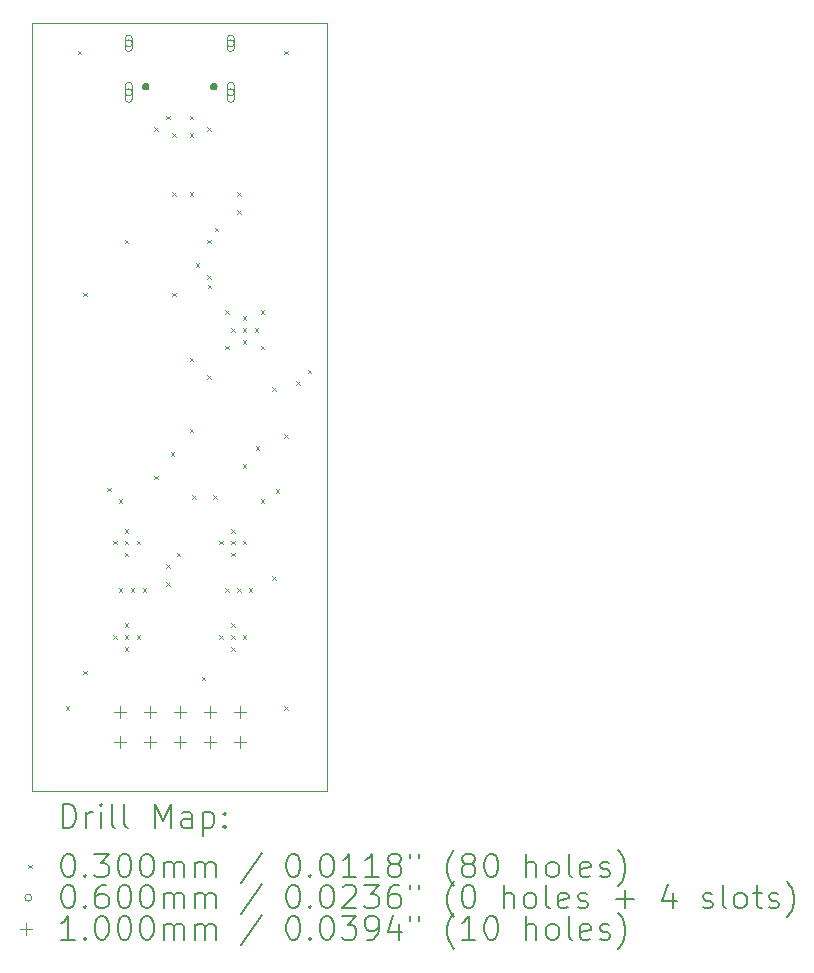
<source format=gbr>
%TF.GenerationSoftware,KiCad,Pcbnew,8.0.8*%
%TF.CreationDate,2025-04-09T23:46:12+08:00*%
%TF.ProjectId,usb-4uart,7573622d-3475-4617-9274-2e6b69636164,rev?*%
%TF.SameCoordinates,Original*%
%TF.FileFunction,Drillmap*%
%TF.FilePolarity,Positive*%
%FSLAX45Y45*%
G04 Gerber Fmt 4.5, Leading zero omitted, Abs format (unit mm)*
G04 Created by KiCad (PCBNEW 8.0.8) date 2025-04-09 23:46:12*
%MOMM*%
%LPD*%
G01*
G04 APERTURE LIST*
%ADD10C,0.050000*%
%ADD11C,0.000000*%
%ADD12C,0.200000*%
%ADD13C,0.100000*%
G04 APERTURE END LIST*
D10*
X2000000Y-1850000D02*
X4500000Y-1850000D01*
X4500000Y-8350000D01*
X2000000Y-8350000D01*
X2000000Y-1850000D01*
D11*
G36*
X2977250Y-2360124D02*
G01*
X2985896Y-2367379D01*
X2991540Y-2377154D01*
X2993500Y-2388270D01*
X2991540Y-2399386D01*
X2985896Y-2409161D01*
X2977250Y-2416416D01*
X2966644Y-2420276D01*
X2955356Y-2420276D01*
X2944750Y-2416416D01*
X2936104Y-2409161D01*
X2930460Y-2399386D01*
X2928500Y-2388270D01*
X2930460Y-2377154D01*
X2936104Y-2367379D01*
X2944750Y-2360124D01*
X2955356Y-2356264D01*
X2966644Y-2356264D01*
X2977250Y-2360124D01*
G37*
G36*
X3555250Y-2360124D02*
G01*
X3563896Y-2367379D01*
X3569540Y-2377154D01*
X3571500Y-2388270D01*
X3569540Y-2399386D01*
X3563896Y-2409161D01*
X3555250Y-2416416D01*
X3544644Y-2420276D01*
X3533356Y-2420276D01*
X3522750Y-2416416D01*
X3514104Y-2409161D01*
X3508460Y-2399386D01*
X3506500Y-2388270D01*
X3508460Y-2377154D01*
X3514104Y-2367379D01*
X3522750Y-2360124D01*
X3533356Y-2356264D01*
X3544644Y-2356264D01*
X3555250Y-2360124D01*
G37*
D12*
D13*
X2285000Y-7635000D02*
X2315000Y-7665000D01*
X2315000Y-7635000D02*
X2285000Y-7665000D01*
X2385000Y-2085000D02*
X2415000Y-2115000D01*
X2415000Y-2085000D02*
X2385000Y-2115000D01*
X2435000Y-4135000D02*
X2465000Y-4165000D01*
X2465000Y-4135000D02*
X2435000Y-4165000D01*
X2435000Y-7335000D02*
X2465000Y-7365000D01*
X2465000Y-7335000D02*
X2435000Y-7365000D01*
X2635000Y-5785000D02*
X2665000Y-5815000D01*
X2665000Y-5785000D02*
X2635000Y-5815000D01*
X2685000Y-6235000D02*
X2715000Y-6265000D01*
X2715000Y-6235000D02*
X2685000Y-6265000D01*
X2685000Y-7035000D02*
X2715000Y-7065000D01*
X2715000Y-7035000D02*
X2685000Y-7065000D01*
X2735000Y-5885000D02*
X2765000Y-5915000D01*
X2765000Y-5885000D02*
X2735000Y-5915000D01*
X2735000Y-6635000D02*
X2765000Y-6665000D01*
X2765000Y-6635000D02*
X2735000Y-6665000D01*
X2785000Y-3685000D02*
X2815000Y-3715000D01*
X2815000Y-3685000D02*
X2785000Y-3715000D01*
X2785000Y-6135000D02*
X2815000Y-6165000D01*
X2815000Y-6135000D02*
X2785000Y-6165000D01*
X2785000Y-6335000D02*
X2815000Y-6365000D01*
X2815000Y-6335000D02*
X2785000Y-6365000D01*
X2785000Y-6935000D02*
X2815000Y-6965000D01*
X2815000Y-6935000D02*
X2785000Y-6965000D01*
X2785000Y-7035000D02*
X2815000Y-7065000D01*
X2815000Y-7035000D02*
X2785000Y-7065000D01*
X2785000Y-7135000D02*
X2815000Y-7165000D01*
X2815000Y-7135000D02*
X2785000Y-7165000D01*
X2785050Y-6235000D02*
X2815050Y-6265000D01*
X2815050Y-6235000D02*
X2785050Y-6265000D01*
X2835000Y-6635000D02*
X2865000Y-6665000D01*
X2865000Y-6635000D02*
X2835000Y-6665000D01*
X2885000Y-6235000D02*
X2915000Y-6265000D01*
X2915000Y-6235000D02*
X2885000Y-6265000D01*
X2885000Y-7035000D02*
X2915000Y-7065000D01*
X2915000Y-7035000D02*
X2885000Y-7065000D01*
X2935000Y-6635000D02*
X2965000Y-6665000D01*
X2965000Y-6635000D02*
X2935000Y-6665000D01*
X3035000Y-2735000D02*
X3065000Y-2765000D01*
X3065000Y-2735000D02*
X3035000Y-2765000D01*
X3035000Y-5685000D02*
X3065000Y-5715000D01*
X3065000Y-5685000D02*
X3035000Y-5715000D01*
X3135000Y-2635000D02*
X3165000Y-2665000D01*
X3165000Y-2635000D02*
X3135000Y-2665000D01*
X3135000Y-6435000D02*
X3165000Y-6465000D01*
X3165000Y-6435000D02*
X3135000Y-6465000D01*
X3135000Y-6585000D02*
X3165000Y-6615000D01*
X3165000Y-6585000D02*
X3135000Y-6615000D01*
X3175000Y-5485000D02*
X3205000Y-5515000D01*
X3205000Y-5485000D02*
X3175000Y-5515000D01*
X3185000Y-2785000D02*
X3215000Y-2815000D01*
X3215000Y-2785000D02*
X3185000Y-2815000D01*
X3185000Y-3285000D02*
X3215000Y-3315000D01*
X3215000Y-3285000D02*
X3185000Y-3315000D01*
X3185000Y-4135000D02*
X3215000Y-4165000D01*
X3215000Y-4135000D02*
X3185000Y-4165000D01*
X3225000Y-6335000D02*
X3255000Y-6365000D01*
X3255000Y-6335000D02*
X3225000Y-6365000D01*
X3335000Y-2635000D02*
X3365000Y-2665000D01*
X3365000Y-2635000D02*
X3335000Y-2665000D01*
X3335000Y-2785000D02*
X3365000Y-2815000D01*
X3365000Y-2785000D02*
X3335000Y-2815000D01*
X3335000Y-3285000D02*
X3365000Y-3315000D01*
X3365000Y-3285000D02*
X3335000Y-3315000D01*
X3335000Y-4685000D02*
X3365000Y-4715000D01*
X3365000Y-4685000D02*
X3335000Y-4715000D01*
X3335000Y-5285000D02*
X3365000Y-5315000D01*
X3365000Y-5285000D02*
X3335000Y-5315000D01*
X3357426Y-5847426D02*
X3387426Y-5877426D01*
X3387426Y-5847426D02*
X3357426Y-5877426D01*
X3385000Y-3885000D02*
X3415000Y-3915000D01*
X3415000Y-3885000D02*
X3385000Y-3915000D01*
X3435000Y-7385000D02*
X3465000Y-7415000D01*
X3465000Y-7385000D02*
X3435000Y-7415000D01*
X3485000Y-2735000D02*
X3515000Y-2765000D01*
X3515000Y-2735000D02*
X3485000Y-2765000D01*
X3485000Y-3685000D02*
X3515000Y-3715000D01*
X3515000Y-3685000D02*
X3485000Y-3715000D01*
X3485000Y-3985000D02*
X3515000Y-4015000D01*
X3515000Y-3985000D02*
X3485000Y-4015000D01*
X3485000Y-4835000D02*
X3515000Y-4865000D01*
X3515000Y-4835000D02*
X3485000Y-4865000D01*
X3487426Y-4067427D02*
X3517426Y-4097427D01*
X3517426Y-4067427D02*
X3487426Y-4097427D01*
X3535000Y-5847426D02*
X3565000Y-5877426D01*
X3565000Y-5847426D02*
X3535000Y-5877426D01*
X3545000Y-3585000D02*
X3575000Y-3615000D01*
X3575000Y-3585000D02*
X3545000Y-3615000D01*
X3585000Y-6235000D02*
X3615000Y-6265000D01*
X3615000Y-6235000D02*
X3585000Y-6265000D01*
X3585000Y-7035000D02*
X3615000Y-7065000D01*
X3615000Y-7035000D02*
X3585000Y-7065000D01*
X3635000Y-4285000D02*
X3665000Y-4315000D01*
X3665000Y-4285000D02*
X3635000Y-4315000D01*
X3635000Y-4585000D02*
X3665000Y-4615000D01*
X3665000Y-4585000D02*
X3635000Y-4615000D01*
X3635000Y-6635000D02*
X3665000Y-6665000D01*
X3665000Y-6635000D02*
X3635000Y-6665000D01*
X3685000Y-4435000D02*
X3715000Y-4465000D01*
X3715000Y-4435000D02*
X3685000Y-4465000D01*
X3685000Y-6135000D02*
X3715000Y-6165000D01*
X3715000Y-6135000D02*
X3685000Y-6165000D01*
X3685000Y-6235000D02*
X3715000Y-6265000D01*
X3715000Y-6235000D02*
X3685000Y-6265000D01*
X3685000Y-6335000D02*
X3715000Y-6365000D01*
X3715000Y-6335000D02*
X3685000Y-6365000D01*
X3685000Y-6935000D02*
X3715000Y-6965000D01*
X3715000Y-6935000D02*
X3685000Y-6965000D01*
X3685000Y-7035000D02*
X3715000Y-7065000D01*
X3715000Y-7035000D02*
X3685000Y-7065000D01*
X3685000Y-7135000D02*
X3715000Y-7165000D01*
X3715000Y-7135000D02*
X3685000Y-7165000D01*
X3735000Y-3285000D02*
X3765000Y-3315000D01*
X3765000Y-3285000D02*
X3735000Y-3315000D01*
X3735000Y-3435000D02*
X3765000Y-3465000D01*
X3765000Y-3435000D02*
X3735000Y-3465000D01*
X3735000Y-6635000D02*
X3765000Y-6665000D01*
X3765000Y-6635000D02*
X3735000Y-6665000D01*
X3785000Y-4335000D02*
X3815000Y-4365000D01*
X3815000Y-4335000D02*
X3785000Y-4365000D01*
X3785000Y-4435000D02*
X3815000Y-4465000D01*
X3815000Y-4435000D02*
X3785000Y-4465000D01*
X3785000Y-4535000D02*
X3815000Y-4565000D01*
X3815000Y-4535000D02*
X3785000Y-4565000D01*
X3785000Y-5585000D02*
X3815000Y-5615000D01*
X3815000Y-5585000D02*
X3785000Y-5615000D01*
X3785000Y-6235000D02*
X3815000Y-6265000D01*
X3815000Y-6235000D02*
X3785000Y-6265000D01*
X3785000Y-7035000D02*
X3815000Y-7065000D01*
X3815000Y-7035000D02*
X3785000Y-7065000D01*
X3835000Y-6635000D02*
X3865000Y-6665000D01*
X3865000Y-6635000D02*
X3835000Y-6665000D01*
X3885000Y-4435000D02*
X3915000Y-4465000D01*
X3915000Y-4435000D02*
X3885000Y-4465000D01*
X3895000Y-5435000D02*
X3925000Y-5465000D01*
X3925000Y-5435000D02*
X3895000Y-5465000D01*
X3935000Y-4285000D02*
X3965000Y-4315000D01*
X3965000Y-4285000D02*
X3935000Y-4315000D01*
X3935000Y-4585000D02*
X3965000Y-4615000D01*
X3965000Y-4585000D02*
X3935000Y-4615000D01*
X3935000Y-5885000D02*
X3965000Y-5915000D01*
X3965000Y-5885000D02*
X3935000Y-5915000D01*
X4035000Y-4935000D02*
X4065000Y-4965000D01*
X4065000Y-4935000D02*
X4035000Y-4965000D01*
X4035000Y-6535000D02*
X4065000Y-6565000D01*
X4065000Y-6535000D02*
X4035000Y-6565000D01*
X4062573Y-5797426D02*
X4092573Y-5827426D01*
X4092573Y-5797426D02*
X4062573Y-5827426D01*
X4135000Y-2085000D02*
X4165000Y-2115000D01*
X4165000Y-2085000D02*
X4135000Y-2115000D01*
X4135000Y-5335000D02*
X4165000Y-5365000D01*
X4165000Y-5335000D02*
X4135000Y-5365000D01*
X4135000Y-7635000D02*
X4165000Y-7665000D01*
X4165000Y-7635000D02*
X4135000Y-7665000D01*
X4235000Y-4885000D02*
X4265000Y-4915000D01*
X4265000Y-4885000D02*
X4235000Y-4915000D01*
X4335000Y-4785000D02*
X4365000Y-4815000D01*
X4365000Y-4785000D02*
X4335000Y-4815000D01*
X2848000Y-2023220D02*
G75*
G02*
X2788000Y-2023220I-30000J0D01*
G01*
X2788000Y-2023220D02*
G75*
G02*
X2848000Y-2023220I30000J0D01*
G01*
X2848000Y-2063220D02*
X2848000Y-1983220D01*
X2788000Y-1983220D02*
G75*
G02*
X2848000Y-1983220I30000J0D01*
G01*
X2788000Y-1983220D02*
X2788000Y-2063220D01*
X2788000Y-2063220D02*
G75*
G03*
X2848000Y-2063220I30000J0D01*
G01*
X2848000Y-2438220D02*
G75*
G02*
X2788000Y-2438220I-30000J0D01*
G01*
X2788000Y-2438220D02*
G75*
G02*
X2848000Y-2438220I30000J0D01*
G01*
X2848000Y-2493220D02*
X2848000Y-2383220D01*
X2788000Y-2383220D02*
G75*
G02*
X2848000Y-2383220I30000J0D01*
G01*
X2788000Y-2383220D02*
X2788000Y-2493220D01*
X2788000Y-2493220D02*
G75*
G03*
X2848000Y-2493220I30000J0D01*
G01*
X3712000Y-2023220D02*
G75*
G02*
X3652000Y-2023220I-30000J0D01*
G01*
X3652000Y-2023220D02*
G75*
G02*
X3712000Y-2023220I30000J0D01*
G01*
X3712000Y-2063220D02*
X3712000Y-1983220D01*
X3652000Y-1983220D02*
G75*
G02*
X3712000Y-1983220I30000J0D01*
G01*
X3652000Y-1983220D02*
X3652000Y-2063220D01*
X3652000Y-2063220D02*
G75*
G03*
X3712000Y-2063220I30000J0D01*
G01*
X3712000Y-2438220D02*
G75*
G02*
X3652000Y-2438220I-30000J0D01*
G01*
X3652000Y-2438220D02*
G75*
G02*
X3712000Y-2438220I30000J0D01*
G01*
X3712000Y-2493220D02*
X3712000Y-2383220D01*
X3652000Y-2383220D02*
G75*
G02*
X3712000Y-2383220I30000J0D01*
G01*
X3652000Y-2383220D02*
X3652000Y-2493220D01*
X3652000Y-2493220D02*
G75*
G03*
X3712000Y-2493220I30000J0D01*
G01*
X2741500Y-7635000D02*
X2741500Y-7735000D01*
X2691500Y-7685000D02*
X2791500Y-7685000D01*
X2741500Y-7889000D02*
X2741500Y-7989000D01*
X2691500Y-7939000D02*
X2791500Y-7939000D01*
X2995500Y-7635000D02*
X2995500Y-7735000D01*
X2945500Y-7685000D02*
X3045500Y-7685000D01*
X2995500Y-7889000D02*
X2995500Y-7989000D01*
X2945500Y-7939000D02*
X3045500Y-7939000D01*
X3249500Y-7635000D02*
X3249500Y-7735000D01*
X3199500Y-7685000D02*
X3299500Y-7685000D01*
X3249500Y-7889000D02*
X3249500Y-7989000D01*
X3199500Y-7939000D02*
X3299500Y-7939000D01*
X3503500Y-7635000D02*
X3503500Y-7735000D01*
X3453500Y-7685000D02*
X3553500Y-7685000D01*
X3503500Y-7889000D02*
X3503500Y-7989000D01*
X3453500Y-7939000D02*
X3553500Y-7939000D01*
X3757500Y-7635000D02*
X3757500Y-7735000D01*
X3707500Y-7685000D02*
X3807500Y-7685000D01*
X3757500Y-7889000D02*
X3757500Y-7989000D01*
X3707500Y-7939000D02*
X3807500Y-7939000D01*
D12*
X2258277Y-8663984D02*
X2258277Y-8463984D01*
X2258277Y-8463984D02*
X2305896Y-8463984D01*
X2305896Y-8463984D02*
X2334467Y-8473508D01*
X2334467Y-8473508D02*
X2353515Y-8492555D01*
X2353515Y-8492555D02*
X2363039Y-8511603D01*
X2363039Y-8511603D02*
X2372563Y-8549698D01*
X2372563Y-8549698D02*
X2372563Y-8578270D01*
X2372563Y-8578270D02*
X2363039Y-8616365D01*
X2363039Y-8616365D02*
X2353515Y-8635412D01*
X2353515Y-8635412D02*
X2334467Y-8654460D01*
X2334467Y-8654460D02*
X2305896Y-8663984D01*
X2305896Y-8663984D02*
X2258277Y-8663984D01*
X2458277Y-8663984D02*
X2458277Y-8530650D01*
X2458277Y-8568746D02*
X2467801Y-8549698D01*
X2467801Y-8549698D02*
X2477324Y-8540174D01*
X2477324Y-8540174D02*
X2496372Y-8530650D01*
X2496372Y-8530650D02*
X2515420Y-8530650D01*
X2582086Y-8663984D02*
X2582086Y-8530650D01*
X2582086Y-8463984D02*
X2572563Y-8473508D01*
X2572563Y-8473508D02*
X2582086Y-8483031D01*
X2582086Y-8483031D02*
X2591610Y-8473508D01*
X2591610Y-8473508D02*
X2582086Y-8463984D01*
X2582086Y-8463984D02*
X2582086Y-8483031D01*
X2705896Y-8663984D02*
X2686848Y-8654460D01*
X2686848Y-8654460D02*
X2677324Y-8635412D01*
X2677324Y-8635412D02*
X2677324Y-8463984D01*
X2810658Y-8663984D02*
X2791610Y-8654460D01*
X2791610Y-8654460D02*
X2782086Y-8635412D01*
X2782086Y-8635412D02*
X2782086Y-8463984D01*
X3039229Y-8663984D02*
X3039229Y-8463984D01*
X3039229Y-8463984D02*
X3105896Y-8606841D01*
X3105896Y-8606841D02*
X3172562Y-8463984D01*
X3172562Y-8463984D02*
X3172562Y-8663984D01*
X3353515Y-8663984D02*
X3353515Y-8559222D01*
X3353515Y-8559222D02*
X3343991Y-8540174D01*
X3343991Y-8540174D02*
X3324943Y-8530650D01*
X3324943Y-8530650D02*
X3286848Y-8530650D01*
X3286848Y-8530650D02*
X3267801Y-8540174D01*
X3353515Y-8654460D02*
X3334467Y-8663984D01*
X3334467Y-8663984D02*
X3286848Y-8663984D01*
X3286848Y-8663984D02*
X3267801Y-8654460D01*
X3267801Y-8654460D02*
X3258277Y-8635412D01*
X3258277Y-8635412D02*
X3258277Y-8616365D01*
X3258277Y-8616365D02*
X3267801Y-8597317D01*
X3267801Y-8597317D02*
X3286848Y-8587793D01*
X3286848Y-8587793D02*
X3334467Y-8587793D01*
X3334467Y-8587793D02*
X3353515Y-8578270D01*
X3448753Y-8530650D02*
X3448753Y-8730650D01*
X3448753Y-8540174D02*
X3467801Y-8530650D01*
X3467801Y-8530650D02*
X3505896Y-8530650D01*
X3505896Y-8530650D02*
X3524943Y-8540174D01*
X3524943Y-8540174D02*
X3534467Y-8549698D01*
X3534467Y-8549698D02*
X3543991Y-8568746D01*
X3543991Y-8568746D02*
X3543991Y-8625889D01*
X3543991Y-8625889D02*
X3534467Y-8644936D01*
X3534467Y-8644936D02*
X3524943Y-8654460D01*
X3524943Y-8654460D02*
X3505896Y-8663984D01*
X3505896Y-8663984D02*
X3467801Y-8663984D01*
X3467801Y-8663984D02*
X3448753Y-8654460D01*
X3629705Y-8644936D02*
X3639229Y-8654460D01*
X3639229Y-8654460D02*
X3629705Y-8663984D01*
X3629705Y-8663984D02*
X3620182Y-8654460D01*
X3620182Y-8654460D02*
X3629705Y-8644936D01*
X3629705Y-8644936D02*
X3629705Y-8663984D01*
X3629705Y-8540174D02*
X3639229Y-8549698D01*
X3639229Y-8549698D02*
X3629705Y-8559222D01*
X3629705Y-8559222D02*
X3620182Y-8549698D01*
X3620182Y-8549698D02*
X3629705Y-8540174D01*
X3629705Y-8540174D02*
X3629705Y-8559222D01*
D13*
X1967500Y-8977500D02*
X1997500Y-9007500D01*
X1997500Y-8977500D02*
X1967500Y-9007500D01*
D12*
X2296372Y-8883984D02*
X2315420Y-8883984D01*
X2315420Y-8883984D02*
X2334467Y-8893508D01*
X2334467Y-8893508D02*
X2343991Y-8903031D01*
X2343991Y-8903031D02*
X2353515Y-8922079D01*
X2353515Y-8922079D02*
X2363039Y-8960174D01*
X2363039Y-8960174D02*
X2363039Y-9007793D01*
X2363039Y-9007793D02*
X2353515Y-9045889D01*
X2353515Y-9045889D02*
X2343991Y-9064936D01*
X2343991Y-9064936D02*
X2334467Y-9074460D01*
X2334467Y-9074460D02*
X2315420Y-9083984D01*
X2315420Y-9083984D02*
X2296372Y-9083984D01*
X2296372Y-9083984D02*
X2277324Y-9074460D01*
X2277324Y-9074460D02*
X2267801Y-9064936D01*
X2267801Y-9064936D02*
X2258277Y-9045889D01*
X2258277Y-9045889D02*
X2248753Y-9007793D01*
X2248753Y-9007793D02*
X2248753Y-8960174D01*
X2248753Y-8960174D02*
X2258277Y-8922079D01*
X2258277Y-8922079D02*
X2267801Y-8903031D01*
X2267801Y-8903031D02*
X2277324Y-8893508D01*
X2277324Y-8893508D02*
X2296372Y-8883984D01*
X2448753Y-9064936D02*
X2458277Y-9074460D01*
X2458277Y-9074460D02*
X2448753Y-9083984D01*
X2448753Y-9083984D02*
X2439229Y-9074460D01*
X2439229Y-9074460D02*
X2448753Y-9064936D01*
X2448753Y-9064936D02*
X2448753Y-9083984D01*
X2524944Y-8883984D02*
X2648753Y-8883984D01*
X2648753Y-8883984D02*
X2582086Y-8960174D01*
X2582086Y-8960174D02*
X2610658Y-8960174D01*
X2610658Y-8960174D02*
X2629705Y-8969698D01*
X2629705Y-8969698D02*
X2639229Y-8979222D01*
X2639229Y-8979222D02*
X2648753Y-8998270D01*
X2648753Y-8998270D02*
X2648753Y-9045889D01*
X2648753Y-9045889D02*
X2639229Y-9064936D01*
X2639229Y-9064936D02*
X2629705Y-9074460D01*
X2629705Y-9074460D02*
X2610658Y-9083984D01*
X2610658Y-9083984D02*
X2553515Y-9083984D01*
X2553515Y-9083984D02*
X2534467Y-9074460D01*
X2534467Y-9074460D02*
X2524944Y-9064936D01*
X2772563Y-8883984D02*
X2791610Y-8883984D01*
X2791610Y-8883984D02*
X2810658Y-8893508D01*
X2810658Y-8893508D02*
X2820182Y-8903031D01*
X2820182Y-8903031D02*
X2829705Y-8922079D01*
X2829705Y-8922079D02*
X2839229Y-8960174D01*
X2839229Y-8960174D02*
X2839229Y-9007793D01*
X2839229Y-9007793D02*
X2829705Y-9045889D01*
X2829705Y-9045889D02*
X2820182Y-9064936D01*
X2820182Y-9064936D02*
X2810658Y-9074460D01*
X2810658Y-9074460D02*
X2791610Y-9083984D01*
X2791610Y-9083984D02*
X2772563Y-9083984D01*
X2772563Y-9083984D02*
X2753515Y-9074460D01*
X2753515Y-9074460D02*
X2743991Y-9064936D01*
X2743991Y-9064936D02*
X2734467Y-9045889D01*
X2734467Y-9045889D02*
X2724944Y-9007793D01*
X2724944Y-9007793D02*
X2724944Y-8960174D01*
X2724944Y-8960174D02*
X2734467Y-8922079D01*
X2734467Y-8922079D02*
X2743991Y-8903031D01*
X2743991Y-8903031D02*
X2753515Y-8893508D01*
X2753515Y-8893508D02*
X2772563Y-8883984D01*
X2963039Y-8883984D02*
X2982086Y-8883984D01*
X2982086Y-8883984D02*
X3001134Y-8893508D01*
X3001134Y-8893508D02*
X3010658Y-8903031D01*
X3010658Y-8903031D02*
X3020182Y-8922079D01*
X3020182Y-8922079D02*
X3029705Y-8960174D01*
X3029705Y-8960174D02*
X3029705Y-9007793D01*
X3029705Y-9007793D02*
X3020182Y-9045889D01*
X3020182Y-9045889D02*
X3010658Y-9064936D01*
X3010658Y-9064936D02*
X3001134Y-9074460D01*
X3001134Y-9074460D02*
X2982086Y-9083984D01*
X2982086Y-9083984D02*
X2963039Y-9083984D01*
X2963039Y-9083984D02*
X2943991Y-9074460D01*
X2943991Y-9074460D02*
X2934467Y-9064936D01*
X2934467Y-9064936D02*
X2924943Y-9045889D01*
X2924943Y-9045889D02*
X2915420Y-9007793D01*
X2915420Y-9007793D02*
X2915420Y-8960174D01*
X2915420Y-8960174D02*
X2924943Y-8922079D01*
X2924943Y-8922079D02*
X2934467Y-8903031D01*
X2934467Y-8903031D02*
X2943991Y-8893508D01*
X2943991Y-8893508D02*
X2963039Y-8883984D01*
X3115420Y-9083984D02*
X3115420Y-8950650D01*
X3115420Y-8969698D02*
X3124943Y-8960174D01*
X3124943Y-8960174D02*
X3143991Y-8950650D01*
X3143991Y-8950650D02*
X3172563Y-8950650D01*
X3172563Y-8950650D02*
X3191610Y-8960174D01*
X3191610Y-8960174D02*
X3201134Y-8979222D01*
X3201134Y-8979222D02*
X3201134Y-9083984D01*
X3201134Y-8979222D02*
X3210658Y-8960174D01*
X3210658Y-8960174D02*
X3229705Y-8950650D01*
X3229705Y-8950650D02*
X3258277Y-8950650D01*
X3258277Y-8950650D02*
X3277324Y-8960174D01*
X3277324Y-8960174D02*
X3286848Y-8979222D01*
X3286848Y-8979222D02*
X3286848Y-9083984D01*
X3382086Y-9083984D02*
X3382086Y-8950650D01*
X3382086Y-8969698D02*
X3391610Y-8960174D01*
X3391610Y-8960174D02*
X3410658Y-8950650D01*
X3410658Y-8950650D02*
X3439229Y-8950650D01*
X3439229Y-8950650D02*
X3458277Y-8960174D01*
X3458277Y-8960174D02*
X3467801Y-8979222D01*
X3467801Y-8979222D02*
X3467801Y-9083984D01*
X3467801Y-8979222D02*
X3477324Y-8960174D01*
X3477324Y-8960174D02*
X3496372Y-8950650D01*
X3496372Y-8950650D02*
X3524943Y-8950650D01*
X3524943Y-8950650D02*
X3543991Y-8960174D01*
X3543991Y-8960174D02*
X3553515Y-8979222D01*
X3553515Y-8979222D02*
X3553515Y-9083984D01*
X3943991Y-8874460D02*
X3772563Y-9131603D01*
X4201134Y-8883984D02*
X4220182Y-8883984D01*
X4220182Y-8883984D02*
X4239229Y-8893508D01*
X4239229Y-8893508D02*
X4248753Y-8903031D01*
X4248753Y-8903031D02*
X4258277Y-8922079D01*
X4258277Y-8922079D02*
X4267801Y-8960174D01*
X4267801Y-8960174D02*
X4267801Y-9007793D01*
X4267801Y-9007793D02*
X4258277Y-9045889D01*
X4258277Y-9045889D02*
X4248753Y-9064936D01*
X4248753Y-9064936D02*
X4239229Y-9074460D01*
X4239229Y-9074460D02*
X4220182Y-9083984D01*
X4220182Y-9083984D02*
X4201134Y-9083984D01*
X4201134Y-9083984D02*
X4182086Y-9074460D01*
X4182086Y-9074460D02*
X4172563Y-9064936D01*
X4172563Y-9064936D02*
X4163039Y-9045889D01*
X4163039Y-9045889D02*
X4153515Y-9007793D01*
X4153515Y-9007793D02*
X4153515Y-8960174D01*
X4153515Y-8960174D02*
X4163039Y-8922079D01*
X4163039Y-8922079D02*
X4172563Y-8903031D01*
X4172563Y-8903031D02*
X4182086Y-8893508D01*
X4182086Y-8893508D02*
X4201134Y-8883984D01*
X4353515Y-9064936D02*
X4363039Y-9074460D01*
X4363039Y-9074460D02*
X4353515Y-9083984D01*
X4353515Y-9083984D02*
X4343991Y-9074460D01*
X4343991Y-9074460D02*
X4353515Y-9064936D01*
X4353515Y-9064936D02*
X4353515Y-9083984D01*
X4486848Y-8883984D02*
X4505896Y-8883984D01*
X4505896Y-8883984D02*
X4524944Y-8893508D01*
X4524944Y-8893508D02*
X4534468Y-8903031D01*
X4534468Y-8903031D02*
X4543991Y-8922079D01*
X4543991Y-8922079D02*
X4553515Y-8960174D01*
X4553515Y-8960174D02*
X4553515Y-9007793D01*
X4553515Y-9007793D02*
X4543991Y-9045889D01*
X4543991Y-9045889D02*
X4534468Y-9064936D01*
X4534468Y-9064936D02*
X4524944Y-9074460D01*
X4524944Y-9074460D02*
X4505896Y-9083984D01*
X4505896Y-9083984D02*
X4486848Y-9083984D01*
X4486848Y-9083984D02*
X4467801Y-9074460D01*
X4467801Y-9074460D02*
X4458277Y-9064936D01*
X4458277Y-9064936D02*
X4448753Y-9045889D01*
X4448753Y-9045889D02*
X4439229Y-9007793D01*
X4439229Y-9007793D02*
X4439229Y-8960174D01*
X4439229Y-8960174D02*
X4448753Y-8922079D01*
X4448753Y-8922079D02*
X4458277Y-8903031D01*
X4458277Y-8903031D02*
X4467801Y-8893508D01*
X4467801Y-8893508D02*
X4486848Y-8883984D01*
X4743991Y-9083984D02*
X4629706Y-9083984D01*
X4686848Y-9083984D02*
X4686848Y-8883984D01*
X4686848Y-8883984D02*
X4667801Y-8912555D01*
X4667801Y-8912555D02*
X4648753Y-8931603D01*
X4648753Y-8931603D02*
X4629706Y-8941127D01*
X4934468Y-9083984D02*
X4820182Y-9083984D01*
X4877325Y-9083984D02*
X4877325Y-8883984D01*
X4877325Y-8883984D02*
X4858277Y-8912555D01*
X4858277Y-8912555D02*
X4839229Y-8931603D01*
X4839229Y-8931603D02*
X4820182Y-8941127D01*
X5048753Y-8969698D02*
X5029706Y-8960174D01*
X5029706Y-8960174D02*
X5020182Y-8950650D01*
X5020182Y-8950650D02*
X5010658Y-8931603D01*
X5010658Y-8931603D02*
X5010658Y-8922079D01*
X5010658Y-8922079D02*
X5020182Y-8903031D01*
X5020182Y-8903031D02*
X5029706Y-8893508D01*
X5029706Y-8893508D02*
X5048753Y-8883984D01*
X5048753Y-8883984D02*
X5086849Y-8883984D01*
X5086849Y-8883984D02*
X5105896Y-8893508D01*
X5105896Y-8893508D02*
X5115420Y-8903031D01*
X5115420Y-8903031D02*
X5124944Y-8922079D01*
X5124944Y-8922079D02*
X5124944Y-8931603D01*
X5124944Y-8931603D02*
X5115420Y-8950650D01*
X5115420Y-8950650D02*
X5105896Y-8960174D01*
X5105896Y-8960174D02*
X5086849Y-8969698D01*
X5086849Y-8969698D02*
X5048753Y-8969698D01*
X5048753Y-8969698D02*
X5029706Y-8979222D01*
X5029706Y-8979222D02*
X5020182Y-8988746D01*
X5020182Y-8988746D02*
X5010658Y-9007793D01*
X5010658Y-9007793D02*
X5010658Y-9045889D01*
X5010658Y-9045889D02*
X5020182Y-9064936D01*
X5020182Y-9064936D02*
X5029706Y-9074460D01*
X5029706Y-9074460D02*
X5048753Y-9083984D01*
X5048753Y-9083984D02*
X5086849Y-9083984D01*
X5086849Y-9083984D02*
X5105896Y-9074460D01*
X5105896Y-9074460D02*
X5115420Y-9064936D01*
X5115420Y-9064936D02*
X5124944Y-9045889D01*
X5124944Y-9045889D02*
X5124944Y-9007793D01*
X5124944Y-9007793D02*
X5115420Y-8988746D01*
X5115420Y-8988746D02*
X5105896Y-8979222D01*
X5105896Y-8979222D02*
X5086849Y-8969698D01*
X5201134Y-8883984D02*
X5201134Y-8922079D01*
X5277325Y-8883984D02*
X5277325Y-8922079D01*
X5572563Y-9160174D02*
X5563039Y-9150650D01*
X5563039Y-9150650D02*
X5543991Y-9122079D01*
X5543991Y-9122079D02*
X5534468Y-9103031D01*
X5534468Y-9103031D02*
X5524944Y-9074460D01*
X5524944Y-9074460D02*
X5515420Y-9026841D01*
X5515420Y-9026841D02*
X5515420Y-8988746D01*
X5515420Y-8988746D02*
X5524944Y-8941127D01*
X5524944Y-8941127D02*
X5534468Y-8912555D01*
X5534468Y-8912555D02*
X5543991Y-8893508D01*
X5543991Y-8893508D02*
X5563039Y-8864936D01*
X5563039Y-8864936D02*
X5572563Y-8855412D01*
X5677325Y-8969698D02*
X5658277Y-8960174D01*
X5658277Y-8960174D02*
X5648753Y-8950650D01*
X5648753Y-8950650D02*
X5639229Y-8931603D01*
X5639229Y-8931603D02*
X5639229Y-8922079D01*
X5639229Y-8922079D02*
X5648753Y-8903031D01*
X5648753Y-8903031D02*
X5658277Y-8893508D01*
X5658277Y-8893508D02*
X5677325Y-8883984D01*
X5677325Y-8883984D02*
X5715420Y-8883984D01*
X5715420Y-8883984D02*
X5734468Y-8893508D01*
X5734468Y-8893508D02*
X5743991Y-8903031D01*
X5743991Y-8903031D02*
X5753515Y-8922079D01*
X5753515Y-8922079D02*
X5753515Y-8931603D01*
X5753515Y-8931603D02*
X5743991Y-8950650D01*
X5743991Y-8950650D02*
X5734468Y-8960174D01*
X5734468Y-8960174D02*
X5715420Y-8969698D01*
X5715420Y-8969698D02*
X5677325Y-8969698D01*
X5677325Y-8969698D02*
X5658277Y-8979222D01*
X5658277Y-8979222D02*
X5648753Y-8988746D01*
X5648753Y-8988746D02*
X5639229Y-9007793D01*
X5639229Y-9007793D02*
X5639229Y-9045889D01*
X5639229Y-9045889D02*
X5648753Y-9064936D01*
X5648753Y-9064936D02*
X5658277Y-9074460D01*
X5658277Y-9074460D02*
X5677325Y-9083984D01*
X5677325Y-9083984D02*
X5715420Y-9083984D01*
X5715420Y-9083984D02*
X5734468Y-9074460D01*
X5734468Y-9074460D02*
X5743991Y-9064936D01*
X5743991Y-9064936D02*
X5753515Y-9045889D01*
X5753515Y-9045889D02*
X5753515Y-9007793D01*
X5753515Y-9007793D02*
X5743991Y-8988746D01*
X5743991Y-8988746D02*
X5734468Y-8979222D01*
X5734468Y-8979222D02*
X5715420Y-8969698D01*
X5877325Y-8883984D02*
X5896372Y-8883984D01*
X5896372Y-8883984D02*
X5915420Y-8893508D01*
X5915420Y-8893508D02*
X5924944Y-8903031D01*
X5924944Y-8903031D02*
X5934468Y-8922079D01*
X5934468Y-8922079D02*
X5943991Y-8960174D01*
X5943991Y-8960174D02*
X5943991Y-9007793D01*
X5943991Y-9007793D02*
X5934468Y-9045889D01*
X5934468Y-9045889D02*
X5924944Y-9064936D01*
X5924944Y-9064936D02*
X5915420Y-9074460D01*
X5915420Y-9074460D02*
X5896372Y-9083984D01*
X5896372Y-9083984D02*
X5877325Y-9083984D01*
X5877325Y-9083984D02*
X5858277Y-9074460D01*
X5858277Y-9074460D02*
X5848753Y-9064936D01*
X5848753Y-9064936D02*
X5839229Y-9045889D01*
X5839229Y-9045889D02*
X5829706Y-9007793D01*
X5829706Y-9007793D02*
X5829706Y-8960174D01*
X5829706Y-8960174D02*
X5839229Y-8922079D01*
X5839229Y-8922079D02*
X5848753Y-8903031D01*
X5848753Y-8903031D02*
X5858277Y-8893508D01*
X5858277Y-8893508D02*
X5877325Y-8883984D01*
X6182087Y-9083984D02*
X6182087Y-8883984D01*
X6267801Y-9083984D02*
X6267801Y-8979222D01*
X6267801Y-8979222D02*
X6258277Y-8960174D01*
X6258277Y-8960174D02*
X6239230Y-8950650D01*
X6239230Y-8950650D02*
X6210658Y-8950650D01*
X6210658Y-8950650D02*
X6191610Y-8960174D01*
X6191610Y-8960174D02*
X6182087Y-8969698D01*
X6391610Y-9083984D02*
X6372563Y-9074460D01*
X6372563Y-9074460D02*
X6363039Y-9064936D01*
X6363039Y-9064936D02*
X6353515Y-9045889D01*
X6353515Y-9045889D02*
X6353515Y-8988746D01*
X6353515Y-8988746D02*
X6363039Y-8969698D01*
X6363039Y-8969698D02*
X6372563Y-8960174D01*
X6372563Y-8960174D02*
X6391610Y-8950650D01*
X6391610Y-8950650D02*
X6420182Y-8950650D01*
X6420182Y-8950650D02*
X6439230Y-8960174D01*
X6439230Y-8960174D02*
X6448753Y-8969698D01*
X6448753Y-8969698D02*
X6458277Y-8988746D01*
X6458277Y-8988746D02*
X6458277Y-9045889D01*
X6458277Y-9045889D02*
X6448753Y-9064936D01*
X6448753Y-9064936D02*
X6439230Y-9074460D01*
X6439230Y-9074460D02*
X6420182Y-9083984D01*
X6420182Y-9083984D02*
X6391610Y-9083984D01*
X6572563Y-9083984D02*
X6553515Y-9074460D01*
X6553515Y-9074460D02*
X6543991Y-9055412D01*
X6543991Y-9055412D02*
X6543991Y-8883984D01*
X6724944Y-9074460D02*
X6705896Y-9083984D01*
X6705896Y-9083984D02*
X6667801Y-9083984D01*
X6667801Y-9083984D02*
X6648753Y-9074460D01*
X6648753Y-9074460D02*
X6639230Y-9055412D01*
X6639230Y-9055412D02*
X6639230Y-8979222D01*
X6639230Y-8979222D02*
X6648753Y-8960174D01*
X6648753Y-8960174D02*
X6667801Y-8950650D01*
X6667801Y-8950650D02*
X6705896Y-8950650D01*
X6705896Y-8950650D02*
X6724944Y-8960174D01*
X6724944Y-8960174D02*
X6734468Y-8979222D01*
X6734468Y-8979222D02*
X6734468Y-8998270D01*
X6734468Y-8998270D02*
X6639230Y-9017317D01*
X6810658Y-9074460D02*
X6829706Y-9083984D01*
X6829706Y-9083984D02*
X6867801Y-9083984D01*
X6867801Y-9083984D02*
X6886849Y-9074460D01*
X6886849Y-9074460D02*
X6896372Y-9055412D01*
X6896372Y-9055412D02*
X6896372Y-9045889D01*
X6896372Y-9045889D02*
X6886849Y-9026841D01*
X6886849Y-9026841D02*
X6867801Y-9017317D01*
X6867801Y-9017317D02*
X6839230Y-9017317D01*
X6839230Y-9017317D02*
X6820182Y-9007793D01*
X6820182Y-9007793D02*
X6810658Y-8988746D01*
X6810658Y-8988746D02*
X6810658Y-8979222D01*
X6810658Y-8979222D02*
X6820182Y-8960174D01*
X6820182Y-8960174D02*
X6839230Y-8950650D01*
X6839230Y-8950650D02*
X6867801Y-8950650D01*
X6867801Y-8950650D02*
X6886849Y-8960174D01*
X6963039Y-9160174D02*
X6972563Y-9150650D01*
X6972563Y-9150650D02*
X6991611Y-9122079D01*
X6991611Y-9122079D02*
X7001134Y-9103031D01*
X7001134Y-9103031D02*
X7010658Y-9074460D01*
X7010658Y-9074460D02*
X7020182Y-9026841D01*
X7020182Y-9026841D02*
X7020182Y-8988746D01*
X7020182Y-8988746D02*
X7010658Y-8941127D01*
X7010658Y-8941127D02*
X7001134Y-8912555D01*
X7001134Y-8912555D02*
X6991611Y-8893508D01*
X6991611Y-8893508D02*
X6972563Y-8864936D01*
X6972563Y-8864936D02*
X6963039Y-8855412D01*
D13*
X1997500Y-9256500D02*
G75*
G02*
X1937500Y-9256500I-30000J0D01*
G01*
X1937500Y-9256500D02*
G75*
G02*
X1997500Y-9256500I30000J0D01*
G01*
D12*
X2296372Y-9147984D02*
X2315420Y-9147984D01*
X2315420Y-9147984D02*
X2334467Y-9157508D01*
X2334467Y-9157508D02*
X2343991Y-9167031D01*
X2343991Y-9167031D02*
X2353515Y-9186079D01*
X2353515Y-9186079D02*
X2363039Y-9224174D01*
X2363039Y-9224174D02*
X2363039Y-9271793D01*
X2363039Y-9271793D02*
X2353515Y-9309889D01*
X2353515Y-9309889D02*
X2343991Y-9328936D01*
X2343991Y-9328936D02*
X2334467Y-9338460D01*
X2334467Y-9338460D02*
X2315420Y-9347984D01*
X2315420Y-9347984D02*
X2296372Y-9347984D01*
X2296372Y-9347984D02*
X2277324Y-9338460D01*
X2277324Y-9338460D02*
X2267801Y-9328936D01*
X2267801Y-9328936D02*
X2258277Y-9309889D01*
X2258277Y-9309889D02*
X2248753Y-9271793D01*
X2248753Y-9271793D02*
X2248753Y-9224174D01*
X2248753Y-9224174D02*
X2258277Y-9186079D01*
X2258277Y-9186079D02*
X2267801Y-9167031D01*
X2267801Y-9167031D02*
X2277324Y-9157508D01*
X2277324Y-9157508D02*
X2296372Y-9147984D01*
X2448753Y-9328936D02*
X2458277Y-9338460D01*
X2458277Y-9338460D02*
X2448753Y-9347984D01*
X2448753Y-9347984D02*
X2439229Y-9338460D01*
X2439229Y-9338460D02*
X2448753Y-9328936D01*
X2448753Y-9328936D02*
X2448753Y-9347984D01*
X2629705Y-9147984D02*
X2591610Y-9147984D01*
X2591610Y-9147984D02*
X2572563Y-9157508D01*
X2572563Y-9157508D02*
X2563039Y-9167031D01*
X2563039Y-9167031D02*
X2543991Y-9195603D01*
X2543991Y-9195603D02*
X2534467Y-9233698D01*
X2534467Y-9233698D02*
X2534467Y-9309889D01*
X2534467Y-9309889D02*
X2543991Y-9328936D01*
X2543991Y-9328936D02*
X2553515Y-9338460D01*
X2553515Y-9338460D02*
X2572563Y-9347984D01*
X2572563Y-9347984D02*
X2610658Y-9347984D01*
X2610658Y-9347984D02*
X2629705Y-9338460D01*
X2629705Y-9338460D02*
X2639229Y-9328936D01*
X2639229Y-9328936D02*
X2648753Y-9309889D01*
X2648753Y-9309889D02*
X2648753Y-9262270D01*
X2648753Y-9262270D02*
X2639229Y-9243222D01*
X2639229Y-9243222D02*
X2629705Y-9233698D01*
X2629705Y-9233698D02*
X2610658Y-9224174D01*
X2610658Y-9224174D02*
X2572563Y-9224174D01*
X2572563Y-9224174D02*
X2553515Y-9233698D01*
X2553515Y-9233698D02*
X2543991Y-9243222D01*
X2543991Y-9243222D02*
X2534467Y-9262270D01*
X2772563Y-9147984D02*
X2791610Y-9147984D01*
X2791610Y-9147984D02*
X2810658Y-9157508D01*
X2810658Y-9157508D02*
X2820182Y-9167031D01*
X2820182Y-9167031D02*
X2829705Y-9186079D01*
X2829705Y-9186079D02*
X2839229Y-9224174D01*
X2839229Y-9224174D02*
X2839229Y-9271793D01*
X2839229Y-9271793D02*
X2829705Y-9309889D01*
X2829705Y-9309889D02*
X2820182Y-9328936D01*
X2820182Y-9328936D02*
X2810658Y-9338460D01*
X2810658Y-9338460D02*
X2791610Y-9347984D01*
X2791610Y-9347984D02*
X2772563Y-9347984D01*
X2772563Y-9347984D02*
X2753515Y-9338460D01*
X2753515Y-9338460D02*
X2743991Y-9328936D01*
X2743991Y-9328936D02*
X2734467Y-9309889D01*
X2734467Y-9309889D02*
X2724944Y-9271793D01*
X2724944Y-9271793D02*
X2724944Y-9224174D01*
X2724944Y-9224174D02*
X2734467Y-9186079D01*
X2734467Y-9186079D02*
X2743991Y-9167031D01*
X2743991Y-9167031D02*
X2753515Y-9157508D01*
X2753515Y-9157508D02*
X2772563Y-9147984D01*
X2963039Y-9147984D02*
X2982086Y-9147984D01*
X2982086Y-9147984D02*
X3001134Y-9157508D01*
X3001134Y-9157508D02*
X3010658Y-9167031D01*
X3010658Y-9167031D02*
X3020182Y-9186079D01*
X3020182Y-9186079D02*
X3029705Y-9224174D01*
X3029705Y-9224174D02*
X3029705Y-9271793D01*
X3029705Y-9271793D02*
X3020182Y-9309889D01*
X3020182Y-9309889D02*
X3010658Y-9328936D01*
X3010658Y-9328936D02*
X3001134Y-9338460D01*
X3001134Y-9338460D02*
X2982086Y-9347984D01*
X2982086Y-9347984D02*
X2963039Y-9347984D01*
X2963039Y-9347984D02*
X2943991Y-9338460D01*
X2943991Y-9338460D02*
X2934467Y-9328936D01*
X2934467Y-9328936D02*
X2924943Y-9309889D01*
X2924943Y-9309889D02*
X2915420Y-9271793D01*
X2915420Y-9271793D02*
X2915420Y-9224174D01*
X2915420Y-9224174D02*
X2924943Y-9186079D01*
X2924943Y-9186079D02*
X2934467Y-9167031D01*
X2934467Y-9167031D02*
X2943991Y-9157508D01*
X2943991Y-9157508D02*
X2963039Y-9147984D01*
X3115420Y-9347984D02*
X3115420Y-9214650D01*
X3115420Y-9233698D02*
X3124943Y-9224174D01*
X3124943Y-9224174D02*
X3143991Y-9214650D01*
X3143991Y-9214650D02*
X3172563Y-9214650D01*
X3172563Y-9214650D02*
X3191610Y-9224174D01*
X3191610Y-9224174D02*
X3201134Y-9243222D01*
X3201134Y-9243222D02*
X3201134Y-9347984D01*
X3201134Y-9243222D02*
X3210658Y-9224174D01*
X3210658Y-9224174D02*
X3229705Y-9214650D01*
X3229705Y-9214650D02*
X3258277Y-9214650D01*
X3258277Y-9214650D02*
X3277324Y-9224174D01*
X3277324Y-9224174D02*
X3286848Y-9243222D01*
X3286848Y-9243222D02*
X3286848Y-9347984D01*
X3382086Y-9347984D02*
X3382086Y-9214650D01*
X3382086Y-9233698D02*
X3391610Y-9224174D01*
X3391610Y-9224174D02*
X3410658Y-9214650D01*
X3410658Y-9214650D02*
X3439229Y-9214650D01*
X3439229Y-9214650D02*
X3458277Y-9224174D01*
X3458277Y-9224174D02*
X3467801Y-9243222D01*
X3467801Y-9243222D02*
X3467801Y-9347984D01*
X3467801Y-9243222D02*
X3477324Y-9224174D01*
X3477324Y-9224174D02*
X3496372Y-9214650D01*
X3496372Y-9214650D02*
X3524943Y-9214650D01*
X3524943Y-9214650D02*
X3543991Y-9224174D01*
X3543991Y-9224174D02*
X3553515Y-9243222D01*
X3553515Y-9243222D02*
X3553515Y-9347984D01*
X3943991Y-9138460D02*
X3772563Y-9395603D01*
X4201134Y-9147984D02*
X4220182Y-9147984D01*
X4220182Y-9147984D02*
X4239229Y-9157508D01*
X4239229Y-9157508D02*
X4248753Y-9167031D01*
X4248753Y-9167031D02*
X4258277Y-9186079D01*
X4258277Y-9186079D02*
X4267801Y-9224174D01*
X4267801Y-9224174D02*
X4267801Y-9271793D01*
X4267801Y-9271793D02*
X4258277Y-9309889D01*
X4258277Y-9309889D02*
X4248753Y-9328936D01*
X4248753Y-9328936D02*
X4239229Y-9338460D01*
X4239229Y-9338460D02*
X4220182Y-9347984D01*
X4220182Y-9347984D02*
X4201134Y-9347984D01*
X4201134Y-9347984D02*
X4182086Y-9338460D01*
X4182086Y-9338460D02*
X4172563Y-9328936D01*
X4172563Y-9328936D02*
X4163039Y-9309889D01*
X4163039Y-9309889D02*
X4153515Y-9271793D01*
X4153515Y-9271793D02*
X4153515Y-9224174D01*
X4153515Y-9224174D02*
X4163039Y-9186079D01*
X4163039Y-9186079D02*
X4172563Y-9167031D01*
X4172563Y-9167031D02*
X4182086Y-9157508D01*
X4182086Y-9157508D02*
X4201134Y-9147984D01*
X4353515Y-9328936D02*
X4363039Y-9338460D01*
X4363039Y-9338460D02*
X4353515Y-9347984D01*
X4353515Y-9347984D02*
X4343991Y-9338460D01*
X4343991Y-9338460D02*
X4353515Y-9328936D01*
X4353515Y-9328936D02*
X4353515Y-9347984D01*
X4486848Y-9147984D02*
X4505896Y-9147984D01*
X4505896Y-9147984D02*
X4524944Y-9157508D01*
X4524944Y-9157508D02*
X4534468Y-9167031D01*
X4534468Y-9167031D02*
X4543991Y-9186079D01*
X4543991Y-9186079D02*
X4553515Y-9224174D01*
X4553515Y-9224174D02*
X4553515Y-9271793D01*
X4553515Y-9271793D02*
X4543991Y-9309889D01*
X4543991Y-9309889D02*
X4534468Y-9328936D01*
X4534468Y-9328936D02*
X4524944Y-9338460D01*
X4524944Y-9338460D02*
X4505896Y-9347984D01*
X4505896Y-9347984D02*
X4486848Y-9347984D01*
X4486848Y-9347984D02*
X4467801Y-9338460D01*
X4467801Y-9338460D02*
X4458277Y-9328936D01*
X4458277Y-9328936D02*
X4448753Y-9309889D01*
X4448753Y-9309889D02*
X4439229Y-9271793D01*
X4439229Y-9271793D02*
X4439229Y-9224174D01*
X4439229Y-9224174D02*
X4448753Y-9186079D01*
X4448753Y-9186079D02*
X4458277Y-9167031D01*
X4458277Y-9167031D02*
X4467801Y-9157508D01*
X4467801Y-9157508D02*
X4486848Y-9147984D01*
X4629706Y-9167031D02*
X4639229Y-9157508D01*
X4639229Y-9157508D02*
X4658277Y-9147984D01*
X4658277Y-9147984D02*
X4705896Y-9147984D01*
X4705896Y-9147984D02*
X4724944Y-9157508D01*
X4724944Y-9157508D02*
X4734468Y-9167031D01*
X4734468Y-9167031D02*
X4743991Y-9186079D01*
X4743991Y-9186079D02*
X4743991Y-9205127D01*
X4743991Y-9205127D02*
X4734468Y-9233698D01*
X4734468Y-9233698D02*
X4620182Y-9347984D01*
X4620182Y-9347984D02*
X4743991Y-9347984D01*
X4810658Y-9147984D02*
X4934468Y-9147984D01*
X4934468Y-9147984D02*
X4867801Y-9224174D01*
X4867801Y-9224174D02*
X4896372Y-9224174D01*
X4896372Y-9224174D02*
X4915420Y-9233698D01*
X4915420Y-9233698D02*
X4924944Y-9243222D01*
X4924944Y-9243222D02*
X4934468Y-9262270D01*
X4934468Y-9262270D02*
X4934468Y-9309889D01*
X4934468Y-9309889D02*
X4924944Y-9328936D01*
X4924944Y-9328936D02*
X4915420Y-9338460D01*
X4915420Y-9338460D02*
X4896372Y-9347984D01*
X4896372Y-9347984D02*
X4839229Y-9347984D01*
X4839229Y-9347984D02*
X4820182Y-9338460D01*
X4820182Y-9338460D02*
X4810658Y-9328936D01*
X5105896Y-9147984D02*
X5067801Y-9147984D01*
X5067801Y-9147984D02*
X5048753Y-9157508D01*
X5048753Y-9157508D02*
X5039229Y-9167031D01*
X5039229Y-9167031D02*
X5020182Y-9195603D01*
X5020182Y-9195603D02*
X5010658Y-9233698D01*
X5010658Y-9233698D02*
X5010658Y-9309889D01*
X5010658Y-9309889D02*
X5020182Y-9328936D01*
X5020182Y-9328936D02*
X5029706Y-9338460D01*
X5029706Y-9338460D02*
X5048753Y-9347984D01*
X5048753Y-9347984D02*
X5086849Y-9347984D01*
X5086849Y-9347984D02*
X5105896Y-9338460D01*
X5105896Y-9338460D02*
X5115420Y-9328936D01*
X5115420Y-9328936D02*
X5124944Y-9309889D01*
X5124944Y-9309889D02*
X5124944Y-9262270D01*
X5124944Y-9262270D02*
X5115420Y-9243222D01*
X5115420Y-9243222D02*
X5105896Y-9233698D01*
X5105896Y-9233698D02*
X5086849Y-9224174D01*
X5086849Y-9224174D02*
X5048753Y-9224174D01*
X5048753Y-9224174D02*
X5029706Y-9233698D01*
X5029706Y-9233698D02*
X5020182Y-9243222D01*
X5020182Y-9243222D02*
X5010658Y-9262270D01*
X5201134Y-9147984D02*
X5201134Y-9186079D01*
X5277325Y-9147984D02*
X5277325Y-9186079D01*
X5572563Y-9424174D02*
X5563039Y-9414650D01*
X5563039Y-9414650D02*
X5543991Y-9386079D01*
X5543991Y-9386079D02*
X5534468Y-9367031D01*
X5534468Y-9367031D02*
X5524944Y-9338460D01*
X5524944Y-9338460D02*
X5515420Y-9290841D01*
X5515420Y-9290841D02*
X5515420Y-9252746D01*
X5515420Y-9252746D02*
X5524944Y-9205127D01*
X5524944Y-9205127D02*
X5534468Y-9176555D01*
X5534468Y-9176555D02*
X5543991Y-9157508D01*
X5543991Y-9157508D02*
X5563039Y-9128936D01*
X5563039Y-9128936D02*
X5572563Y-9119412D01*
X5686848Y-9147984D02*
X5705896Y-9147984D01*
X5705896Y-9147984D02*
X5724944Y-9157508D01*
X5724944Y-9157508D02*
X5734468Y-9167031D01*
X5734468Y-9167031D02*
X5743991Y-9186079D01*
X5743991Y-9186079D02*
X5753515Y-9224174D01*
X5753515Y-9224174D02*
X5753515Y-9271793D01*
X5753515Y-9271793D02*
X5743991Y-9309889D01*
X5743991Y-9309889D02*
X5734468Y-9328936D01*
X5734468Y-9328936D02*
X5724944Y-9338460D01*
X5724944Y-9338460D02*
X5705896Y-9347984D01*
X5705896Y-9347984D02*
X5686848Y-9347984D01*
X5686848Y-9347984D02*
X5667801Y-9338460D01*
X5667801Y-9338460D02*
X5658277Y-9328936D01*
X5658277Y-9328936D02*
X5648753Y-9309889D01*
X5648753Y-9309889D02*
X5639229Y-9271793D01*
X5639229Y-9271793D02*
X5639229Y-9224174D01*
X5639229Y-9224174D02*
X5648753Y-9186079D01*
X5648753Y-9186079D02*
X5658277Y-9167031D01*
X5658277Y-9167031D02*
X5667801Y-9157508D01*
X5667801Y-9157508D02*
X5686848Y-9147984D01*
X5991610Y-9347984D02*
X5991610Y-9147984D01*
X6077325Y-9347984D02*
X6077325Y-9243222D01*
X6077325Y-9243222D02*
X6067801Y-9224174D01*
X6067801Y-9224174D02*
X6048753Y-9214650D01*
X6048753Y-9214650D02*
X6020182Y-9214650D01*
X6020182Y-9214650D02*
X6001134Y-9224174D01*
X6001134Y-9224174D02*
X5991610Y-9233698D01*
X6201134Y-9347984D02*
X6182087Y-9338460D01*
X6182087Y-9338460D02*
X6172563Y-9328936D01*
X6172563Y-9328936D02*
X6163039Y-9309889D01*
X6163039Y-9309889D02*
X6163039Y-9252746D01*
X6163039Y-9252746D02*
X6172563Y-9233698D01*
X6172563Y-9233698D02*
X6182087Y-9224174D01*
X6182087Y-9224174D02*
X6201134Y-9214650D01*
X6201134Y-9214650D02*
X6229706Y-9214650D01*
X6229706Y-9214650D02*
X6248753Y-9224174D01*
X6248753Y-9224174D02*
X6258277Y-9233698D01*
X6258277Y-9233698D02*
X6267801Y-9252746D01*
X6267801Y-9252746D02*
X6267801Y-9309889D01*
X6267801Y-9309889D02*
X6258277Y-9328936D01*
X6258277Y-9328936D02*
X6248753Y-9338460D01*
X6248753Y-9338460D02*
X6229706Y-9347984D01*
X6229706Y-9347984D02*
X6201134Y-9347984D01*
X6382087Y-9347984D02*
X6363039Y-9338460D01*
X6363039Y-9338460D02*
X6353515Y-9319412D01*
X6353515Y-9319412D02*
X6353515Y-9147984D01*
X6534468Y-9338460D02*
X6515420Y-9347984D01*
X6515420Y-9347984D02*
X6477325Y-9347984D01*
X6477325Y-9347984D02*
X6458277Y-9338460D01*
X6458277Y-9338460D02*
X6448753Y-9319412D01*
X6448753Y-9319412D02*
X6448753Y-9243222D01*
X6448753Y-9243222D02*
X6458277Y-9224174D01*
X6458277Y-9224174D02*
X6477325Y-9214650D01*
X6477325Y-9214650D02*
X6515420Y-9214650D01*
X6515420Y-9214650D02*
X6534468Y-9224174D01*
X6534468Y-9224174D02*
X6543991Y-9243222D01*
X6543991Y-9243222D02*
X6543991Y-9262270D01*
X6543991Y-9262270D02*
X6448753Y-9281317D01*
X6620182Y-9338460D02*
X6639230Y-9347984D01*
X6639230Y-9347984D02*
X6677325Y-9347984D01*
X6677325Y-9347984D02*
X6696372Y-9338460D01*
X6696372Y-9338460D02*
X6705896Y-9319412D01*
X6705896Y-9319412D02*
X6705896Y-9309889D01*
X6705896Y-9309889D02*
X6696372Y-9290841D01*
X6696372Y-9290841D02*
X6677325Y-9281317D01*
X6677325Y-9281317D02*
X6648753Y-9281317D01*
X6648753Y-9281317D02*
X6629706Y-9271793D01*
X6629706Y-9271793D02*
X6620182Y-9252746D01*
X6620182Y-9252746D02*
X6620182Y-9243222D01*
X6620182Y-9243222D02*
X6629706Y-9224174D01*
X6629706Y-9224174D02*
X6648753Y-9214650D01*
X6648753Y-9214650D02*
X6677325Y-9214650D01*
X6677325Y-9214650D02*
X6696372Y-9224174D01*
X6943992Y-9271793D02*
X7096373Y-9271793D01*
X7020182Y-9347984D02*
X7020182Y-9195603D01*
X7429706Y-9214650D02*
X7429706Y-9347984D01*
X7382087Y-9138460D02*
X7334468Y-9281317D01*
X7334468Y-9281317D02*
X7458277Y-9281317D01*
X7677325Y-9338460D02*
X7696373Y-9347984D01*
X7696373Y-9347984D02*
X7734468Y-9347984D01*
X7734468Y-9347984D02*
X7753515Y-9338460D01*
X7753515Y-9338460D02*
X7763039Y-9319412D01*
X7763039Y-9319412D02*
X7763039Y-9309889D01*
X7763039Y-9309889D02*
X7753515Y-9290841D01*
X7753515Y-9290841D02*
X7734468Y-9281317D01*
X7734468Y-9281317D02*
X7705896Y-9281317D01*
X7705896Y-9281317D02*
X7686849Y-9271793D01*
X7686849Y-9271793D02*
X7677325Y-9252746D01*
X7677325Y-9252746D02*
X7677325Y-9243222D01*
X7677325Y-9243222D02*
X7686849Y-9224174D01*
X7686849Y-9224174D02*
X7705896Y-9214650D01*
X7705896Y-9214650D02*
X7734468Y-9214650D01*
X7734468Y-9214650D02*
X7753515Y-9224174D01*
X7877325Y-9347984D02*
X7858277Y-9338460D01*
X7858277Y-9338460D02*
X7848754Y-9319412D01*
X7848754Y-9319412D02*
X7848754Y-9147984D01*
X7982087Y-9347984D02*
X7963039Y-9338460D01*
X7963039Y-9338460D02*
X7953515Y-9328936D01*
X7953515Y-9328936D02*
X7943992Y-9309889D01*
X7943992Y-9309889D02*
X7943992Y-9252746D01*
X7943992Y-9252746D02*
X7953515Y-9233698D01*
X7953515Y-9233698D02*
X7963039Y-9224174D01*
X7963039Y-9224174D02*
X7982087Y-9214650D01*
X7982087Y-9214650D02*
X8010658Y-9214650D01*
X8010658Y-9214650D02*
X8029706Y-9224174D01*
X8029706Y-9224174D02*
X8039230Y-9233698D01*
X8039230Y-9233698D02*
X8048754Y-9252746D01*
X8048754Y-9252746D02*
X8048754Y-9309889D01*
X8048754Y-9309889D02*
X8039230Y-9328936D01*
X8039230Y-9328936D02*
X8029706Y-9338460D01*
X8029706Y-9338460D02*
X8010658Y-9347984D01*
X8010658Y-9347984D02*
X7982087Y-9347984D01*
X8105896Y-9214650D02*
X8182087Y-9214650D01*
X8134468Y-9147984D02*
X8134468Y-9319412D01*
X8134468Y-9319412D02*
X8143992Y-9338460D01*
X8143992Y-9338460D02*
X8163039Y-9347984D01*
X8163039Y-9347984D02*
X8182087Y-9347984D01*
X8239230Y-9338460D02*
X8258277Y-9347984D01*
X8258277Y-9347984D02*
X8296373Y-9347984D01*
X8296373Y-9347984D02*
X8315420Y-9338460D01*
X8315420Y-9338460D02*
X8324944Y-9319412D01*
X8324944Y-9319412D02*
X8324944Y-9309889D01*
X8324944Y-9309889D02*
X8315420Y-9290841D01*
X8315420Y-9290841D02*
X8296373Y-9281317D01*
X8296373Y-9281317D02*
X8267801Y-9281317D01*
X8267801Y-9281317D02*
X8248754Y-9271793D01*
X8248754Y-9271793D02*
X8239230Y-9252746D01*
X8239230Y-9252746D02*
X8239230Y-9243222D01*
X8239230Y-9243222D02*
X8248754Y-9224174D01*
X8248754Y-9224174D02*
X8267801Y-9214650D01*
X8267801Y-9214650D02*
X8296373Y-9214650D01*
X8296373Y-9214650D02*
X8315420Y-9224174D01*
X8391611Y-9424174D02*
X8401135Y-9414650D01*
X8401135Y-9414650D02*
X8420182Y-9386079D01*
X8420182Y-9386079D02*
X8429706Y-9367031D01*
X8429706Y-9367031D02*
X8439230Y-9338460D01*
X8439230Y-9338460D02*
X8448754Y-9290841D01*
X8448754Y-9290841D02*
X8448754Y-9252746D01*
X8448754Y-9252746D02*
X8439230Y-9205127D01*
X8439230Y-9205127D02*
X8429706Y-9176555D01*
X8429706Y-9176555D02*
X8420182Y-9157508D01*
X8420182Y-9157508D02*
X8401135Y-9128936D01*
X8401135Y-9128936D02*
X8391611Y-9119412D01*
D13*
X1947500Y-9470500D02*
X1947500Y-9570500D01*
X1897500Y-9520500D02*
X1997500Y-9520500D01*
D12*
X2363039Y-9611984D02*
X2248753Y-9611984D01*
X2305896Y-9611984D02*
X2305896Y-9411984D01*
X2305896Y-9411984D02*
X2286848Y-9440555D01*
X2286848Y-9440555D02*
X2267801Y-9459603D01*
X2267801Y-9459603D02*
X2248753Y-9469127D01*
X2448753Y-9592936D02*
X2458277Y-9602460D01*
X2458277Y-9602460D02*
X2448753Y-9611984D01*
X2448753Y-9611984D02*
X2439229Y-9602460D01*
X2439229Y-9602460D02*
X2448753Y-9592936D01*
X2448753Y-9592936D02*
X2448753Y-9611984D01*
X2582086Y-9411984D02*
X2601134Y-9411984D01*
X2601134Y-9411984D02*
X2620182Y-9421508D01*
X2620182Y-9421508D02*
X2629705Y-9431031D01*
X2629705Y-9431031D02*
X2639229Y-9450079D01*
X2639229Y-9450079D02*
X2648753Y-9488174D01*
X2648753Y-9488174D02*
X2648753Y-9535793D01*
X2648753Y-9535793D02*
X2639229Y-9573889D01*
X2639229Y-9573889D02*
X2629705Y-9592936D01*
X2629705Y-9592936D02*
X2620182Y-9602460D01*
X2620182Y-9602460D02*
X2601134Y-9611984D01*
X2601134Y-9611984D02*
X2582086Y-9611984D01*
X2582086Y-9611984D02*
X2563039Y-9602460D01*
X2563039Y-9602460D02*
X2553515Y-9592936D01*
X2553515Y-9592936D02*
X2543991Y-9573889D01*
X2543991Y-9573889D02*
X2534467Y-9535793D01*
X2534467Y-9535793D02*
X2534467Y-9488174D01*
X2534467Y-9488174D02*
X2543991Y-9450079D01*
X2543991Y-9450079D02*
X2553515Y-9431031D01*
X2553515Y-9431031D02*
X2563039Y-9421508D01*
X2563039Y-9421508D02*
X2582086Y-9411984D01*
X2772563Y-9411984D02*
X2791610Y-9411984D01*
X2791610Y-9411984D02*
X2810658Y-9421508D01*
X2810658Y-9421508D02*
X2820182Y-9431031D01*
X2820182Y-9431031D02*
X2829705Y-9450079D01*
X2829705Y-9450079D02*
X2839229Y-9488174D01*
X2839229Y-9488174D02*
X2839229Y-9535793D01*
X2839229Y-9535793D02*
X2829705Y-9573889D01*
X2829705Y-9573889D02*
X2820182Y-9592936D01*
X2820182Y-9592936D02*
X2810658Y-9602460D01*
X2810658Y-9602460D02*
X2791610Y-9611984D01*
X2791610Y-9611984D02*
X2772563Y-9611984D01*
X2772563Y-9611984D02*
X2753515Y-9602460D01*
X2753515Y-9602460D02*
X2743991Y-9592936D01*
X2743991Y-9592936D02*
X2734467Y-9573889D01*
X2734467Y-9573889D02*
X2724944Y-9535793D01*
X2724944Y-9535793D02*
X2724944Y-9488174D01*
X2724944Y-9488174D02*
X2734467Y-9450079D01*
X2734467Y-9450079D02*
X2743991Y-9431031D01*
X2743991Y-9431031D02*
X2753515Y-9421508D01*
X2753515Y-9421508D02*
X2772563Y-9411984D01*
X2963039Y-9411984D02*
X2982086Y-9411984D01*
X2982086Y-9411984D02*
X3001134Y-9421508D01*
X3001134Y-9421508D02*
X3010658Y-9431031D01*
X3010658Y-9431031D02*
X3020182Y-9450079D01*
X3020182Y-9450079D02*
X3029705Y-9488174D01*
X3029705Y-9488174D02*
X3029705Y-9535793D01*
X3029705Y-9535793D02*
X3020182Y-9573889D01*
X3020182Y-9573889D02*
X3010658Y-9592936D01*
X3010658Y-9592936D02*
X3001134Y-9602460D01*
X3001134Y-9602460D02*
X2982086Y-9611984D01*
X2982086Y-9611984D02*
X2963039Y-9611984D01*
X2963039Y-9611984D02*
X2943991Y-9602460D01*
X2943991Y-9602460D02*
X2934467Y-9592936D01*
X2934467Y-9592936D02*
X2924943Y-9573889D01*
X2924943Y-9573889D02*
X2915420Y-9535793D01*
X2915420Y-9535793D02*
X2915420Y-9488174D01*
X2915420Y-9488174D02*
X2924943Y-9450079D01*
X2924943Y-9450079D02*
X2934467Y-9431031D01*
X2934467Y-9431031D02*
X2943991Y-9421508D01*
X2943991Y-9421508D02*
X2963039Y-9411984D01*
X3115420Y-9611984D02*
X3115420Y-9478650D01*
X3115420Y-9497698D02*
X3124943Y-9488174D01*
X3124943Y-9488174D02*
X3143991Y-9478650D01*
X3143991Y-9478650D02*
X3172563Y-9478650D01*
X3172563Y-9478650D02*
X3191610Y-9488174D01*
X3191610Y-9488174D02*
X3201134Y-9507222D01*
X3201134Y-9507222D02*
X3201134Y-9611984D01*
X3201134Y-9507222D02*
X3210658Y-9488174D01*
X3210658Y-9488174D02*
X3229705Y-9478650D01*
X3229705Y-9478650D02*
X3258277Y-9478650D01*
X3258277Y-9478650D02*
X3277324Y-9488174D01*
X3277324Y-9488174D02*
X3286848Y-9507222D01*
X3286848Y-9507222D02*
X3286848Y-9611984D01*
X3382086Y-9611984D02*
X3382086Y-9478650D01*
X3382086Y-9497698D02*
X3391610Y-9488174D01*
X3391610Y-9488174D02*
X3410658Y-9478650D01*
X3410658Y-9478650D02*
X3439229Y-9478650D01*
X3439229Y-9478650D02*
X3458277Y-9488174D01*
X3458277Y-9488174D02*
X3467801Y-9507222D01*
X3467801Y-9507222D02*
X3467801Y-9611984D01*
X3467801Y-9507222D02*
X3477324Y-9488174D01*
X3477324Y-9488174D02*
X3496372Y-9478650D01*
X3496372Y-9478650D02*
X3524943Y-9478650D01*
X3524943Y-9478650D02*
X3543991Y-9488174D01*
X3543991Y-9488174D02*
X3553515Y-9507222D01*
X3553515Y-9507222D02*
X3553515Y-9611984D01*
X3943991Y-9402460D02*
X3772563Y-9659603D01*
X4201134Y-9411984D02*
X4220182Y-9411984D01*
X4220182Y-9411984D02*
X4239229Y-9421508D01*
X4239229Y-9421508D02*
X4248753Y-9431031D01*
X4248753Y-9431031D02*
X4258277Y-9450079D01*
X4258277Y-9450079D02*
X4267801Y-9488174D01*
X4267801Y-9488174D02*
X4267801Y-9535793D01*
X4267801Y-9535793D02*
X4258277Y-9573889D01*
X4258277Y-9573889D02*
X4248753Y-9592936D01*
X4248753Y-9592936D02*
X4239229Y-9602460D01*
X4239229Y-9602460D02*
X4220182Y-9611984D01*
X4220182Y-9611984D02*
X4201134Y-9611984D01*
X4201134Y-9611984D02*
X4182086Y-9602460D01*
X4182086Y-9602460D02*
X4172563Y-9592936D01*
X4172563Y-9592936D02*
X4163039Y-9573889D01*
X4163039Y-9573889D02*
X4153515Y-9535793D01*
X4153515Y-9535793D02*
X4153515Y-9488174D01*
X4153515Y-9488174D02*
X4163039Y-9450079D01*
X4163039Y-9450079D02*
X4172563Y-9431031D01*
X4172563Y-9431031D02*
X4182086Y-9421508D01*
X4182086Y-9421508D02*
X4201134Y-9411984D01*
X4353515Y-9592936D02*
X4363039Y-9602460D01*
X4363039Y-9602460D02*
X4353515Y-9611984D01*
X4353515Y-9611984D02*
X4343991Y-9602460D01*
X4343991Y-9602460D02*
X4353515Y-9592936D01*
X4353515Y-9592936D02*
X4353515Y-9611984D01*
X4486848Y-9411984D02*
X4505896Y-9411984D01*
X4505896Y-9411984D02*
X4524944Y-9421508D01*
X4524944Y-9421508D02*
X4534468Y-9431031D01*
X4534468Y-9431031D02*
X4543991Y-9450079D01*
X4543991Y-9450079D02*
X4553515Y-9488174D01*
X4553515Y-9488174D02*
X4553515Y-9535793D01*
X4553515Y-9535793D02*
X4543991Y-9573889D01*
X4543991Y-9573889D02*
X4534468Y-9592936D01*
X4534468Y-9592936D02*
X4524944Y-9602460D01*
X4524944Y-9602460D02*
X4505896Y-9611984D01*
X4505896Y-9611984D02*
X4486848Y-9611984D01*
X4486848Y-9611984D02*
X4467801Y-9602460D01*
X4467801Y-9602460D02*
X4458277Y-9592936D01*
X4458277Y-9592936D02*
X4448753Y-9573889D01*
X4448753Y-9573889D02*
X4439229Y-9535793D01*
X4439229Y-9535793D02*
X4439229Y-9488174D01*
X4439229Y-9488174D02*
X4448753Y-9450079D01*
X4448753Y-9450079D02*
X4458277Y-9431031D01*
X4458277Y-9431031D02*
X4467801Y-9421508D01*
X4467801Y-9421508D02*
X4486848Y-9411984D01*
X4620182Y-9411984D02*
X4743991Y-9411984D01*
X4743991Y-9411984D02*
X4677325Y-9488174D01*
X4677325Y-9488174D02*
X4705896Y-9488174D01*
X4705896Y-9488174D02*
X4724944Y-9497698D01*
X4724944Y-9497698D02*
X4734468Y-9507222D01*
X4734468Y-9507222D02*
X4743991Y-9526270D01*
X4743991Y-9526270D02*
X4743991Y-9573889D01*
X4743991Y-9573889D02*
X4734468Y-9592936D01*
X4734468Y-9592936D02*
X4724944Y-9602460D01*
X4724944Y-9602460D02*
X4705896Y-9611984D01*
X4705896Y-9611984D02*
X4648753Y-9611984D01*
X4648753Y-9611984D02*
X4629706Y-9602460D01*
X4629706Y-9602460D02*
X4620182Y-9592936D01*
X4839229Y-9611984D02*
X4877325Y-9611984D01*
X4877325Y-9611984D02*
X4896372Y-9602460D01*
X4896372Y-9602460D02*
X4905896Y-9592936D01*
X4905896Y-9592936D02*
X4924944Y-9564365D01*
X4924944Y-9564365D02*
X4934468Y-9526270D01*
X4934468Y-9526270D02*
X4934468Y-9450079D01*
X4934468Y-9450079D02*
X4924944Y-9431031D01*
X4924944Y-9431031D02*
X4915420Y-9421508D01*
X4915420Y-9421508D02*
X4896372Y-9411984D01*
X4896372Y-9411984D02*
X4858277Y-9411984D01*
X4858277Y-9411984D02*
X4839229Y-9421508D01*
X4839229Y-9421508D02*
X4829706Y-9431031D01*
X4829706Y-9431031D02*
X4820182Y-9450079D01*
X4820182Y-9450079D02*
X4820182Y-9497698D01*
X4820182Y-9497698D02*
X4829706Y-9516746D01*
X4829706Y-9516746D02*
X4839229Y-9526270D01*
X4839229Y-9526270D02*
X4858277Y-9535793D01*
X4858277Y-9535793D02*
X4896372Y-9535793D01*
X4896372Y-9535793D02*
X4915420Y-9526270D01*
X4915420Y-9526270D02*
X4924944Y-9516746D01*
X4924944Y-9516746D02*
X4934468Y-9497698D01*
X5105896Y-9478650D02*
X5105896Y-9611984D01*
X5058277Y-9402460D02*
X5010658Y-9545317D01*
X5010658Y-9545317D02*
X5134468Y-9545317D01*
X5201134Y-9411984D02*
X5201134Y-9450079D01*
X5277325Y-9411984D02*
X5277325Y-9450079D01*
X5572563Y-9688174D02*
X5563039Y-9678650D01*
X5563039Y-9678650D02*
X5543991Y-9650079D01*
X5543991Y-9650079D02*
X5534468Y-9631031D01*
X5534468Y-9631031D02*
X5524944Y-9602460D01*
X5524944Y-9602460D02*
X5515420Y-9554841D01*
X5515420Y-9554841D02*
X5515420Y-9516746D01*
X5515420Y-9516746D02*
X5524944Y-9469127D01*
X5524944Y-9469127D02*
X5534468Y-9440555D01*
X5534468Y-9440555D02*
X5543991Y-9421508D01*
X5543991Y-9421508D02*
X5563039Y-9392936D01*
X5563039Y-9392936D02*
X5572563Y-9383412D01*
X5753515Y-9611984D02*
X5639229Y-9611984D01*
X5696372Y-9611984D02*
X5696372Y-9411984D01*
X5696372Y-9411984D02*
X5677325Y-9440555D01*
X5677325Y-9440555D02*
X5658277Y-9459603D01*
X5658277Y-9459603D02*
X5639229Y-9469127D01*
X5877325Y-9411984D02*
X5896372Y-9411984D01*
X5896372Y-9411984D02*
X5915420Y-9421508D01*
X5915420Y-9421508D02*
X5924944Y-9431031D01*
X5924944Y-9431031D02*
X5934468Y-9450079D01*
X5934468Y-9450079D02*
X5943991Y-9488174D01*
X5943991Y-9488174D02*
X5943991Y-9535793D01*
X5943991Y-9535793D02*
X5934468Y-9573889D01*
X5934468Y-9573889D02*
X5924944Y-9592936D01*
X5924944Y-9592936D02*
X5915420Y-9602460D01*
X5915420Y-9602460D02*
X5896372Y-9611984D01*
X5896372Y-9611984D02*
X5877325Y-9611984D01*
X5877325Y-9611984D02*
X5858277Y-9602460D01*
X5858277Y-9602460D02*
X5848753Y-9592936D01*
X5848753Y-9592936D02*
X5839229Y-9573889D01*
X5839229Y-9573889D02*
X5829706Y-9535793D01*
X5829706Y-9535793D02*
X5829706Y-9488174D01*
X5829706Y-9488174D02*
X5839229Y-9450079D01*
X5839229Y-9450079D02*
X5848753Y-9431031D01*
X5848753Y-9431031D02*
X5858277Y-9421508D01*
X5858277Y-9421508D02*
X5877325Y-9411984D01*
X6182087Y-9611984D02*
X6182087Y-9411984D01*
X6267801Y-9611984D02*
X6267801Y-9507222D01*
X6267801Y-9507222D02*
X6258277Y-9488174D01*
X6258277Y-9488174D02*
X6239230Y-9478650D01*
X6239230Y-9478650D02*
X6210658Y-9478650D01*
X6210658Y-9478650D02*
X6191610Y-9488174D01*
X6191610Y-9488174D02*
X6182087Y-9497698D01*
X6391610Y-9611984D02*
X6372563Y-9602460D01*
X6372563Y-9602460D02*
X6363039Y-9592936D01*
X6363039Y-9592936D02*
X6353515Y-9573889D01*
X6353515Y-9573889D02*
X6353515Y-9516746D01*
X6353515Y-9516746D02*
X6363039Y-9497698D01*
X6363039Y-9497698D02*
X6372563Y-9488174D01*
X6372563Y-9488174D02*
X6391610Y-9478650D01*
X6391610Y-9478650D02*
X6420182Y-9478650D01*
X6420182Y-9478650D02*
X6439230Y-9488174D01*
X6439230Y-9488174D02*
X6448753Y-9497698D01*
X6448753Y-9497698D02*
X6458277Y-9516746D01*
X6458277Y-9516746D02*
X6458277Y-9573889D01*
X6458277Y-9573889D02*
X6448753Y-9592936D01*
X6448753Y-9592936D02*
X6439230Y-9602460D01*
X6439230Y-9602460D02*
X6420182Y-9611984D01*
X6420182Y-9611984D02*
X6391610Y-9611984D01*
X6572563Y-9611984D02*
X6553515Y-9602460D01*
X6553515Y-9602460D02*
X6543991Y-9583412D01*
X6543991Y-9583412D02*
X6543991Y-9411984D01*
X6724944Y-9602460D02*
X6705896Y-9611984D01*
X6705896Y-9611984D02*
X6667801Y-9611984D01*
X6667801Y-9611984D02*
X6648753Y-9602460D01*
X6648753Y-9602460D02*
X6639230Y-9583412D01*
X6639230Y-9583412D02*
X6639230Y-9507222D01*
X6639230Y-9507222D02*
X6648753Y-9488174D01*
X6648753Y-9488174D02*
X6667801Y-9478650D01*
X6667801Y-9478650D02*
X6705896Y-9478650D01*
X6705896Y-9478650D02*
X6724944Y-9488174D01*
X6724944Y-9488174D02*
X6734468Y-9507222D01*
X6734468Y-9507222D02*
X6734468Y-9526270D01*
X6734468Y-9526270D02*
X6639230Y-9545317D01*
X6810658Y-9602460D02*
X6829706Y-9611984D01*
X6829706Y-9611984D02*
X6867801Y-9611984D01*
X6867801Y-9611984D02*
X6886849Y-9602460D01*
X6886849Y-9602460D02*
X6896372Y-9583412D01*
X6896372Y-9583412D02*
X6896372Y-9573889D01*
X6896372Y-9573889D02*
X6886849Y-9554841D01*
X6886849Y-9554841D02*
X6867801Y-9545317D01*
X6867801Y-9545317D02*
X6839230Y-9545317D01*
X6839230Y-9545317D02*
X6820182Y-9535793D01*
X6820182Y-9535793D02*
X6810658Y-9516746D01*
X6810658Y-9516746D02*
X6810658Y-9507222D01*
X6810658Y-9507222D02*
X6820182Y-9488174D01*
X6820182Y-9488174D02*
X6839230Y-9478650D01*
X6839230Y-9478650D02*
X6867801Y-9478650D01*
X6867801Y-9478650D02*
X6886849Y-9488174D01*
X6963039Y-9688174D02*
X6972563Y-9678650D01*
X6972563Y-9678650D02*
X6991611Y-9650079D01*
X6991611Y-9650079D02*
X7001134Y-9631031D01*
X7001134Y-9631031D02*
X7010658Y-9602460D01*
X7010658Y-9602460D02*
X7020182Y-9554841D01*
X7020182Y-9554841D02*
X7020182Y-9516746D01*
X7020182Y-9516746D02*
X7010658Y-9469127D01*
X7010658Y-9469127D02*
X7001134Y-9440555D01*
X7001134Y-9440555D02*
X6991611Y-9421508D01*
X6991611Y-9421508D02*
X6972563Y-9392936D01*
X6972563Y-9392936D02*
X6963039Y-9383412D01*
M02*

</source>
